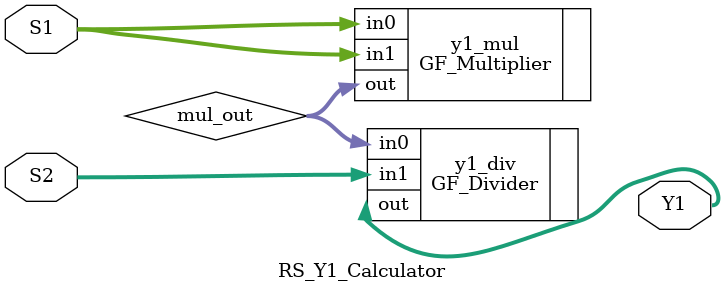
<source format=sv>
`include "GF.v"

module RS_Decoder (
  input              clk, enable, reset,
  input       [20:0] codeword,
  output reg  [20:0] corrected,
  output reg 		 rdy
); 
  // is there a better way to breakup a longer codeword without having to have a line 
  // for every symbol D:
  wire [2:0] S1;	// v = codeword, x = 2 
  wire [2:0] S2;	// v = codeword, x = 3
  wire S1_rdy, S2_rdy, corr_rdy;
  
  RS_S_Calculator s1_calc (		// but how do you know S1 value is ready and went to STATE_DONE?
    .clk(clk),					// need to output resp_rdy?
    .reset(reset),
    .v(codeword),
    .x(3'd2),
    .s(S1),
    .resp_rdy(S1_rdy)
  );
  
  RS_S_Calculator s2_calc (
    .clk(clk),
    .reset(reset),
    .v(codeword),
    .x(3'd3),
    .s(S2),
    .resp_rdy(S2_rdy)
  );
  
  wire [2:0] X1;
  wire [2:0] Y1;
  wire [20:0] corrector_out;
  always @( posedge clk ) begin
    corrected <= corrector_out;
    rdy <= corr_rdy;
  end
  
  GF_Divider dec_div(
    .in0(S2),
    .in1(S1),
    .out(X1)
  );
  
  RS_Y1_Calculator dec_y1 (
    .S1(S1),
    .S2(S2),
    .Y1(Y1)
  );
  
  RS_Corrector dec_corr (
    .clk(clk),
    .enable(enable),
    .reset(reset),
    .codeword(codeword),
    .X1(X1),
    .Y1(Y1),
    .S1_rdy(S1_rdy),
    .S2_rdy(S2_rdy),
    .corrected(corrector_out),
    .corr_rdy(corr_rdy)
  );
  
endmodule

module RS_Corrector(
  input clk, enable, reset,
  input [20:0] codeword,
  input [2:0] X1, Y1,
  input S1_rdy, S2_rdy,
  output reg [20:0] corrected, 
  output reg corr_rdy
);
  wire [2:0] symbol_Y1;
  wire [2:0] symbol_error;
  wire [2:0] error;
  assign error = codeword[21-((X1-1) * 3) +: 3];
  wire [2:0] corrector; 	// value that needs to be replaced
  
  Symbol_Lookup sl_Y1 (
      .in  (Y1),
      .out (symbol_Y1)
	);
  
  Symbol_Lookup sl_err (
      .in(error),
      .out(symbol_error)
    );
  
  Index_Lookup il_corr (
    .in((symbol_Y1 ^ symbol_error)),
    .out(corrector)
  );
  
  always @( posedge clk ) begin
    if (reset) begin
      corrected <= 20'bx;
      corr_rdy <= 0;
    end
    else if (S1_rdy && S2_rdy) begin
      //always @* begin
      case (X1)
          3'd0	 : corrected <= codeword;
          3'd1   : corrected <= {codeword[20:3], corrector}; // error in bits 2 - 0
          3'd2   : corrected <= {codeword[20:6], corrector, codeword[2:0]}; // error in bits 5 - 3
          3'd3   : corrected <= {codeword[20:9], corrector, codeword[5:0]}; // error in bits 8 - 6
          3'd4   : corrected <= {codeword[20:12], corrector, codeword[8:0]}; // error in bits 11 - 9
          3'd5   : corrected <= {codeword[20:15], corrector, codeword[11:0]}; // error in bits 14 - 12
          3'd6   : corrected <= {codeword[20:18], corrector, codeword[14:0]}; // error in bits 17 - 15
          3'd7   : corrected <= {corrector, codeword[17:0]}; // error in bits 20 - 18
          //3'd7   : corrected <= {codeword[20:6], corrector, codeword[2:0]}; // error in bits ??
          default: corrected <= 20'bx;
    	endcase
      //end
      corr_rdy <= 1; end
    else begin
      corr_rdy <= 0;
    end
    //corrected <= {codeword[20:(22-((X1-1) * 3))], corrector, codeword[(17-((X1-1) * 3)):0]};
    //((((codeword >> (21-((X1-1) * 3))) << 3) || corrector) << (18-((X1-1) * 3))) || codeword;
    //corrected[21-((X1-1) * 3) +: 3] <= corrector;
  end
endmodule

module RS_S_Calculator
(
  input   wire        clk,
  input   wire        reset,
  input   wire [20:0] v,
  input   wire [2:0]  x,
  output  reg  [2:0]  s,
  output  reg         resp_rdy
);
  
  reg  [2:0] count;
  reg  [2:0] s_in;
  wire [2:0] s_out;
  wire [2:0] mul_in0;
  reg  [2:0] mul_in1;
  assign mul_in0 = v[21-(count * 3) +:3 ];
  

  always @( posedge clk ) begin
    
    if ( reset ) begin
      count <= 0; 
      mul_in1 <= (((x - 1) * (7 - count - 1)) % 7 ) + 1;
      s_in <= s_out; 
      resp_rdy <= 0;
    end
    else if (count == 7) begin
        s <= s_out; 
      	resp_rdy <= 1;
    end
    else  begin
      s_in <= s_out; 
      resp_rdy <= 0;
      count <= count + 1; 
       mul_in1 <= (((x - 1) * (7 - count - 1)) % 7 ) + 1;
    end
  end
  
  wire [2:0] mul_out;
  
  GF_Multiplier s_mul (
    .in0(mul_in0),
    .in1(mul_in1), 
    .out(mul_out)
  );
    
  GF_Adder s_add (
    .in0(s_in),
    .in1(mul_out),
    .out(s_out)
  );

endmodule

module RS_Y1_Calculator
(
  input   wire [2:0] S1,
  input   wire [2:0] S2,
  output  wire [2:0] Y1
);
  
  wire [2:0] mul_out;

  GF_Multiplier y1_mul (
    .in0(S1),
    .in1(S1),
    .out(mul_out)
  );
  
  GF_Divider y1_div (
    .in0(mul_out),
    .in1(S2),
    .out(Y1)
  );
  
endmodule


</source>
